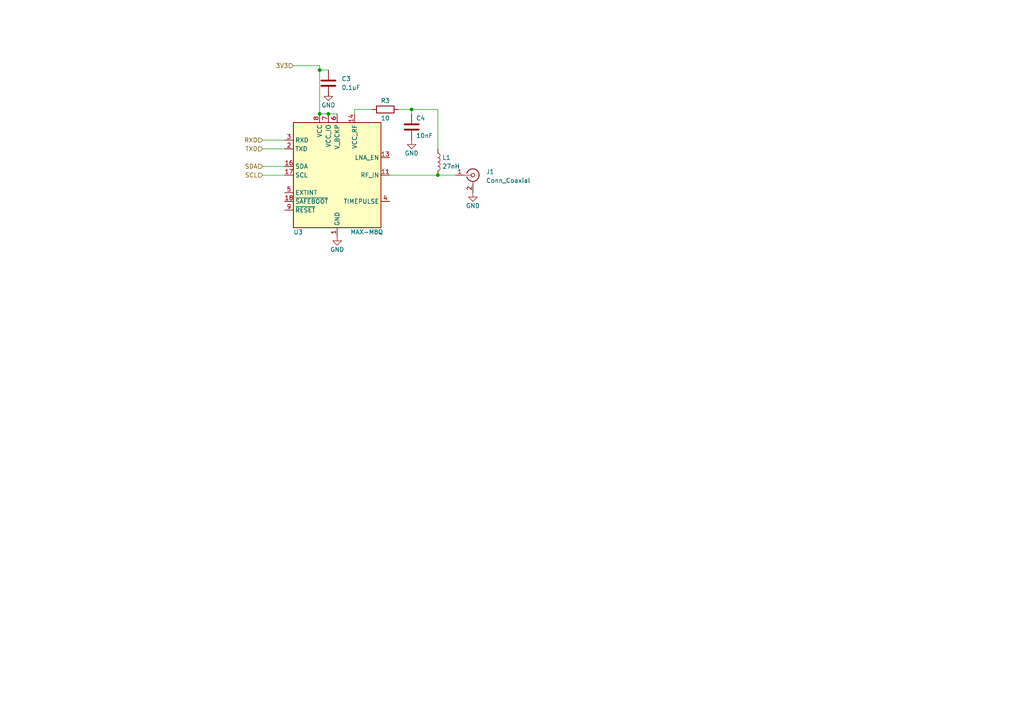
<source format=kicad_sch>
(kicad_sch (version 20230121) (generator eeschema)
  (paper "A4")
  (lib_symbols
    (symbol "Connector:Conn_Coaxial" (pin_names (offset 1.016) hide)
      (property "Reference" "J" (at 0.254 3.048 0))
      (property "Value" "Conn_Coaxial" (at 2.921 0 90))
      (symbol "Conn_Coaxial_0_1"
        (arc (start -1.778 -0.508) (mid 0.2311 -1.8066) (end 1.778 0) (stroke (width 0.254)))
        (polyline (pts (xy -2.54 0) (xy -0.508 0)))
        (polyline (pts (xy 0 -2.54) (xy 0 -1.778)))
        (circle (center 0 0) (radius 0.508) (stroke (width 0.2032)))
        (arc (start 1.778 0) (mid 0.2099 1.8101) (end -1.778 0.508) (stroke (width 0.254)))
      )
      (symbol "Conn_Coaxial_1_1"
        (pin passive line (at -5.08 0 0) (length 2.54) (name "In") (number "1"))
        (pin passive line (at 0 -5.08 90) (length 2.54) (name "Ext") (number "2"))
      )
    )
    (symbol "Device:C" (pin_numbers hide) (pin_names (offset 0.254))
      (property "Reference" "C" (at 0.635 2.54 0))
      (property "Value" "C" (at 0.635 -2.54 0))
      (symbol "C_0_1"
        (polyline (pts (xy -2.032 -0.762) (xy 2.032 -0.762)) (stroke (width 0.508)))
        (polyline (pts (xy -2.032 0.762) (xy 2.032 0.762)) (stroke (width 0.508)))
      )
      (symbol "C_1_1"
        (pin passive line (at 0 3.81 270) (length 2.794) (name "~") (number "1"))
        (pin passive line (at 0 -3.81 90) (length 2.794) (name "~") (number "2"))
      )
    )
    (symbol "Device:L" (pin_numbers hide) (pin_names (offset 1.016) hide)
      (property "Reference" "L" (at -1.27 0 90))
      (property "Value" "L" (at 1.905 0 90))
      (symbol "L_0_1"
        (arc (start 0 -2.54) (mid 0.6323 -1.905) (end 0 -1.27))
        (arc (start 0 -1.27) (mid 0.6323 -0.635) (end 0 0))
        (arc (start 0 0) (mid 0.6323 0.635) (end 0 1.27))
        (arc (start 0 1.27) (mid 0.6323 1.905) (end 0 2.54))
      )
      (symbol "L_1_1"
        (pin passive line (at 0 3.81 270) (length 1.27) (name "1") (number "1"))
        (pin passive line (at 0 -3.81 90) (length 1.27) (name "2") (number "2"))
      )
    )
    (symbol "Device:R" (pin_numbers hide) (pin_names (offset 0))
      (property "Reference" "R" (at 2.032 0 90))
      (property "Value" "R" (at 0 0 90))
      (symbol "R_0_1"
        (rectangle (start -1.016 -2.54) (end 1.016 2.54) (stroke (width 0.254)))
      )
      (symbol "R_1_1"
        (pin passive line (at 0 3.81 270) (length 1.27) (name "~") (number "1"))
        (pin passive line (at 0 -3.81 90) (length 1.27) (name "~") (number "2"))
      )
    )
    (symbol "RF_GPS:MAX-M8Q"
      (property "Reference" "U" (at -10.16 16.51 0))
      (property "Value" "MAX-M8Q" (at 11.43 16.51 0))
      (symbol "MAX-M8Q_0_1"
        (rectangle (start 12.7 15.24) (end -12.7 -15.24) (stroke (width 0.254)) (fill (type background)))
      )
      (symbol "MAX-M8Q_1_1"
        (pin power_in line (at 0 -17.78 90) (length 2.54) (name "GND") (number "1"))
        (pin passive line (at 0 -17.78 90) (length 2.54) hide (name "GND") (number "10"))
        (pin input line (at 15.24 0 180) (length 2.54) (name "RF_IN") (number "11"))
        (pin passive line (at 0 -17.78 90) (length 2.54) hide (name "GND") (number "12"))
        (pin output line (at 15.24 5.08 180) (length 2.54) (name "LNA_EN") (number "13"))
        (pin power_out line (at 5.08 17.78 270) (length 2.54) (name "VCC_RF") (number "14"))
        (pin no_connect line (at 12.7 -5.08 180) (length 2.54) hide (name "Reserved") (number "15"))
        (pin bidirectional line (at -15.24 2.54 0) (length 2.54) (name "SDA") (number "16"))
        (pin input line (at -15.24 0 0) (length 2.54) (name "SCL") (number "17"))
        (pin input line (at -15.24 -7.62 0) (length 2.54) (name "~{SAFEBOOT}") (number "18"))
        (pin output line (at -15.24 7.62 0) (length 2.54) (name "TXD") (number "2"))
        (pin input line (at -15.24 10.16 0) (length 2.54) (name "RXD") (number "3"))
        (pin output line (at 15.24 -7.62 180) (length 2.54) (name "TIMEPULSE") (number "4"))
        (pin input line (at -15.24 -5.08 0) (length 2.54) (name "EXTINT") (number "5"))
        (pin power_in line (at 0 17.78 270) (length 2.54) (name "V_BCKP") (number "6"))
        (pin power_in line (at -2.54 17.78 270) (length 2.54) (name "VCC_IO") (number "7"))
        (pin power_in line (at -5.08 17.78 270) (length 2.54) (name "VCC") (number "8"))
        (pin input line (at -15.24 -10.16 0) (length 2.54) (name "~{RESET}") (number "9"))
      )
    )
    (symbol "power:GND" (power) (pin_names (offset 0))
      (property "Value" "GND" (at 0 -3.81 0))
      (symbol "GND_0_1"
        (polyline (pts (xy 0 0) (xy 0 -1.27) (xy 1.27 -1.27) (xy 0 -2.54) (xy -1.27 -1.27) (xy 0 -1.27)))
      )
      (symbol "GND_1_1"
        (pin power_in line (at 0 0 270) (length 0) hide (name "GND") (number "1"))
      )
    )
  )
  (junction (at 92.71 20.32))
  (junction (at 119.38 31.75))
  (junction (at 127 50.8))
  (junction (at 95.25 33.02))
  (junction (at 92.71 33.02))
  (wire (pts (xy 76.2 50.8) (xy 82.55 50.8)))
  (wire (pts (xy 92.71 20.32) (xy 92.71 33.02)))
  (wire (pts (xy 92.71 19.05) (xy 85.09 19.05)))
  (wire (pts (xy 95.25 33.02) (xy 97.79 33.02)))
  (wire (pts (xy 119.38 31.75) (xy 127 31.75)))
  (wire (pts (xy 102.87 31.75) (xy 107.95 31.75)))
  (wire (pts (xy 127 50.8) (xy 132.08 50.8)))
  (wire (pts (xy 113.03 50.8) (xy 127 50.8)))
  (wire (pts (xy 95.25 26.67) (xy 95.25 27.94)))
  (wire (pts (xy 119.38 31.75) (xy 119.38 33.02)))
  (wire (pts (xy 76.2 40.64) (xy 82.55 40.64)))
  (wire (pts (xy 102.87 33.02) (xy 102.87 31.75)))
  (wire (pts (xy 127 31.75) (xy 127 43.18)))
  (wire (pts (xy 92.71 20.32) (xy 92.71 19.05)))
  (wire (pts (xy 76.2 43.18) (xy 82.55 43.18)))
  (wire (pts (xy 92.71 20.32) (xy 95.25 20.32)))
  (wire (pts (xy 76.2 48.26) (xy 82.55 48.26)))
  (wire (pts (xy 92.71 33.02) (xy 95.25 33.02)))
  (wire (pts (xy 115.57 31.75) (xy 119.38 31.75)))
  (hierarchical_label "3V3" (shape input) (at 85.09 19.05 180))
  (hierarchical_label "TXD" (shape input) (at 76.2 43.18 180))
  (hierarchical_label "RXD" (shape input) (at 76.2 40.64 180))
  (hierarchical_label "SCL" (shape input) (at 76.2 50.8 180))
  (hierarchical_label "SDA" (shape input) (at 76.2 48.26 180))
  (symbol (lib_id "power:GND") (at 97.79 68.58 0) (unit 1)
    (property "Reference" "#PWR03" (effects hide))
    (property "Value" "GND" (at 97.79 72.39 0))
  )
  (symbol (lib_id "Device:C") (at 95.25 24.13 0) (unit 1)
    (property "Reference" "C3" (at 99.06 22.86 0) (effects (justify left)))
    (property "Value" "0.1uF" (at 99.06 25.4 0) (effects (justify left)))
    (property "Footprint" "Capacitor_SMD:C_0201_0603Metric" (effects hide))
  )
  (symbol (lib_id "Device:L") (at 127 46.99 0) (unit 1)
    (property "Reference" "L1" (at 128.27 45.72 0) (effects (justify left)))
    (property "Value" "27nH" (at 128.27 48.26 0) (effects (justify left)))
    (property "Footprint" "Inductor_SMD:L_0201_0603Metric" (effects hide))
  )
  (symbol (lib_id "RF_GPS:MAX-M8Q") (at 97.79 50.8 0) (unit 1)
    (property "Reference" "U3" (at 85.09 67.31 0) (effects (justify left)))
    (property "Value" "MAX-M8Q" (at 101.6 67.31 0) (effects (justify left)))
    (property "Footprint" "RF_GPS:ublox_MAX" (effects hide))
    (property "Datasheet" "https://www.u-blox.com/sites/default/files/MAX-M8-FW3_DataSheet_%28UBX-15031506%29.pdf" (effects hide))
  )
  (symbol (lib_id "Device:C") (at 119.38 36.83 0) (unit 1)
    (property "Reference" "C4" (at 120.65 34.29 0) (effects (justify left)))
    (property "Value" "10nF" (at 120.65 39.37 0) (effects (justify left)))
    (property "Footprint" "Capacitor_SMD:C_0201_0603Metric" (effects hide))
  )
  (symbol (lib_id "Device:R") (at 111.76 31.75 90) (unit 1)
    (property "Reference" "R3" (at 111.76 29.21 90))
    (property "Value" "10" (at 111.76 34.29 90))
    (property "Footprint" "Resistor_SMD:R_0201_0603Metric" (effects hide))
  )
  (symbol (lib_id "Connector:Conn_Coaxial") (at 137.16 50.8 0) (unit 1)
    (property "Reference" "J1" (at 140.97 49.8232 0) (effects (justify left)))
    (property "Value" "Conn_Coaxial" (at 140.97 52.3632 0) (effects (justify left)))
    (property "Footprint" "Connector_Coaxial:SMA_Amphenol_901-143_Horizontal" (effects hide))
    (property "Datasheet" " ~" (effects hide))
  )
  (symbol (lib_id "power:GND") (at 95.25 26.67 0) (unit 1)
    (property "Reference" "#PWR04" (effects hide))
    (property "Value" "GND" (at 95.25 30.48 0))
  )
  (symbol (lib_id "power:GND") (at 119.38 40.64 0) (unit 1)
    (property "Reference" "#PWR05" (effects hide))
    (property "Value" "GND" (at 119.38 44.45 0))
  )
  (symbol (lib_id "power:GND") (at 137.16 55.88 0) (unit 1)
    (property "Reference" "#PWR06" (effects hide))
    (property "Value" "GND" (at 137.16 59.69 0))
  )
)
</source>
